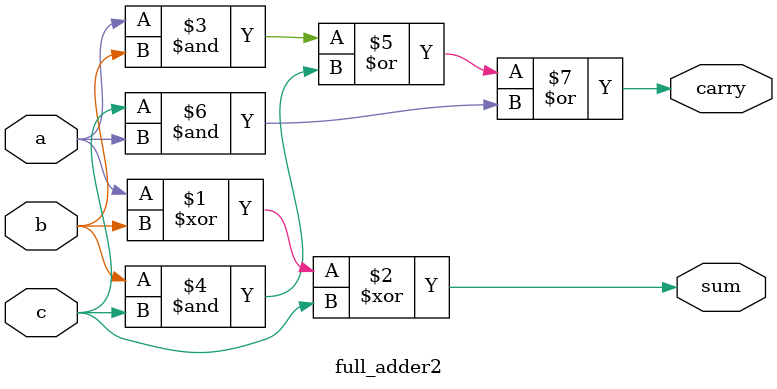
<source format=v>
`timescale 1ns / 1ps


module full_adder2(input a,b,c,output sum,carry);
assign sum=a^b^c;
assign carry=(a&b|b&c|c&a);
endmodule

</source>
